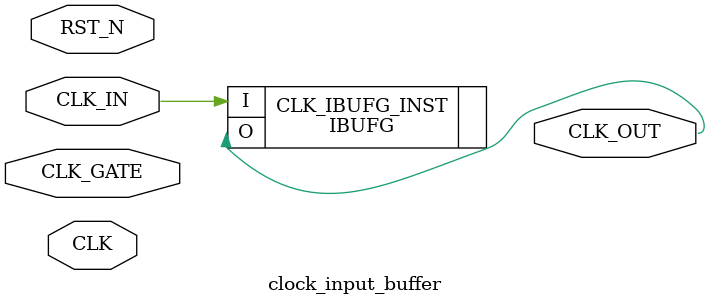
<source format=v>

`timescale 1ns / 1ps


module clock_buffer(CLK, CLK_GATE, RST_N,
                    CLK_IN, CLK_OUT);

    input CLK;      // ignore
    input CLK_GATE; // ignore
    input RST_N;    // ignore
   
    input CLK_IN;
   output CLK_OUT;

   BUFG CLK_BUFG_INST (.I(CLK_IN), 
                       .O(CLK_OUT));

endmodule

//
// Clock Input Buffer
//

module clock_input_buffer(CLK, CLK_GATE, RST_N,
                          CLK_IN, CLK_OUT);

    input CLK;      // ignore
    input CLK_GATE; // ignore
    input RST_N;    // ignore
   
    input CLK_IN;
   output CLK_OUT;

   IBUFG CLK_IBUFG_INST (.I(CLK_IN), 
                         .O(CLK_OUT));

endmodule

</source>
